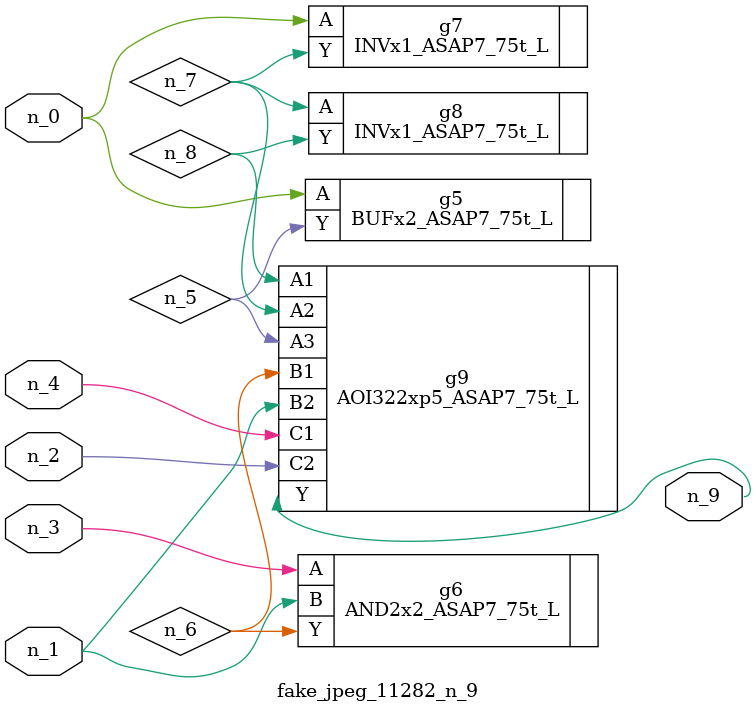
<source format=v>
module fake_jpeg_11282_n_9 (n_3, n_2, n_1, n_0, n_4, n_9);

input n_3;
input n_2;
input n_1;
input n_0;
input n_4;

output n_9;

wire n_8;
wire n_6;
wire n_5;
wire n_7;

BUFx2_ASAP7_75t_L g5 ( 
.A(n_0),
.Y(n_5)
);

AND2x2_ASAP7_75t_L g6 ( 
.A(n_3),
.B(n_1),
.Y(n_6)
);

INVx1_ASAP7_75t_L g7 ( 
.A(n_0),
.Y(n_7)
);

INVx1_ASAP7_75t_L g8 ( 
.A(n_7),
.Y(n_8)
);

AOI322xp5_ASAP7_75t_L g9 ( 
.A1(n_8),
.A2(n_7),
.A3(n_5),
.B1(n_6),
.B2(n_1),
.C1(n_4),
.C2(n_2),
.Y(n_9)
);


endmodule
</source>
